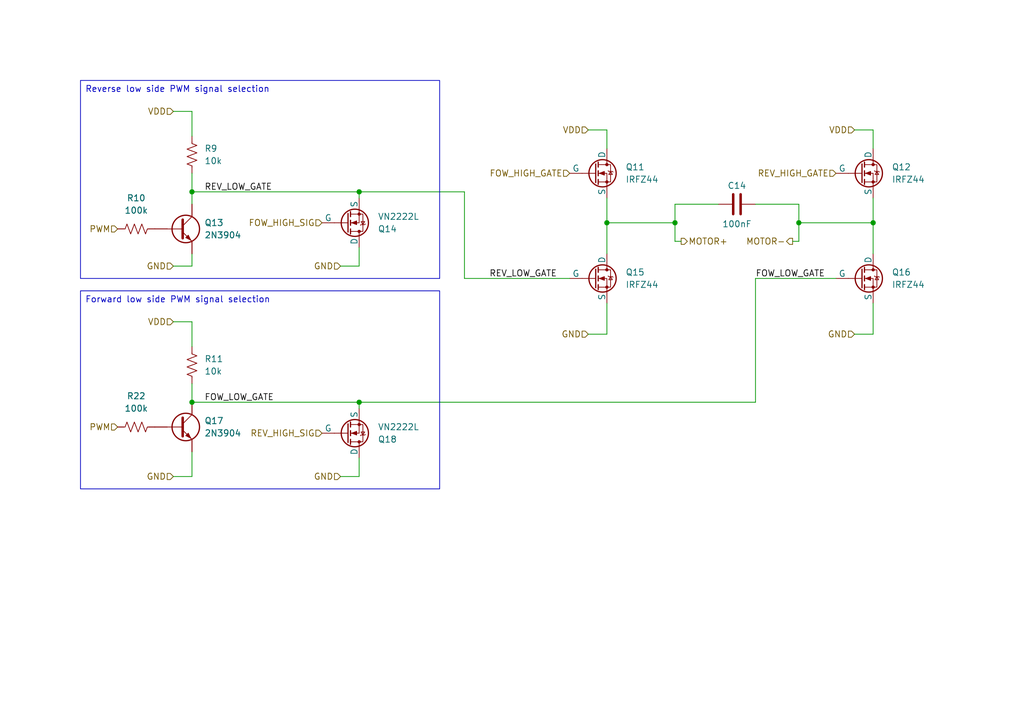
<source format=kicad_sch>
(kicad_sch (version 20250114) (generator "eeschema") (generator_version "9.0")
  (paper "A5")
  (title_block (title "H-Bridge") (date "2025-07-09") (rev "v3.0.0") (company "Team 5") (comment 1 "George Sleen"))
  (lib_symbols
    (symbol "GS_Capacitor_THT:C_THT_100nF" (pin_numbers (hide yes)) (pin_names (offset 0.254))
      (property "Reference" "C" (at 0.635 2.54 0))
      (property "Value" "100nF" (at 0.635 -2.54 0))
      (symbol "C_THT_100nF_0_1"
        (polyline (pts (xy -2.032 0.762) (xy 2.032 0.762)) (stroke (width 0.508)))
        (polyline (pts (xy -2.032 -0.762) (xy 2.032 -0.762)) (stroke (width 0.508)))
      )
      (symbol "C_THT_100nF_1_1"
        (pin passive line (at 0 3.81 270) (length 2.794) (name "~") (number "1"))
        (pin passive line (at 0 -3.81 90) (length 2.794) (name "~") (number "2"))
      )
    )
    (symbol "GS_Resistor_THT:R_250mW" (pin_numbers (hide yes)) (pin_names (offset 0))
      (property "Reference" "R" (at 2.54 0 90))
      (property "Value" "R_250mW" (at -2.54 0 90))
      (symbol "R_250mW_0_1"
        (polyline (pts (xy 0 2.286) (xy 0 2.54)))
        (polyline (pts (xy 0 2.286) (xy 1.016 1.905) (xy 0 1.524) (xy -1.016 1.143) (xy 0 0.762)))
        (polyline (pts (xy 0 0.762) (xy 1.016 0.381) (xy 0 0) (xy -1.016 -0.381) (xy 0 -0.762)))
        (polyline (pts (xy 0 -0.762) (xy 1.016 -1.143) (xy 0 -1.524) (xy -1.016 -1.905) (xy 0 -2.286)))
        (polyline (pts (xy 0 -2.286) (xy 0 -2.54)))
      )
      (symbol "R_250mW_1_1"
        (pin passive line (at 0 3.81 270) (length 1.27) (name "~") (number "1"))
        (pin passive line (at 0 -3.81 90) (length 1.27) (name "~") (number "2"))
      )
    )
    (symbol "GS_Transistors:BJT_NPN_40V_200mA" (pin_numbers (hide yes)) (pin_names (offset 0) (hide yes))
      (property "Reference" "Q" (at 5.08 1.27 0))
      (property "Value" "2N3904" (at 5.08 -1.27 0))
      (symbol "BJT_NPN_40V_200mA_0_1"
        (polyline (pts (xy -2.54 0) (xy 0.635 0)))
        (polyline (pts (xy 0.635 1.905) (xy 0.635 -1.905)) (stroke (width 0.508)))
        (polyline (pts (xy 0.635 0.635) (xy 2.54 2.54)))
        (polyline (pts (xy 0.635 -0.635) (xy 2.54 -2.54)))
        (circle (center 1.27 0) (radius 2.8194) (stroke (width 0.254)))
        (polyline (pts (xy 1.27 -1.778) (xy 1.778 -1.27) (xy 2.286 -2.286) (xy 1.27 -1.778)) (fill (type outline)))
      )
      (symbol "BJT_NPN_40V_200mA_1_1"
        (pin input line (at -5.08 0 0) (length 2.54) (name "B") (number "2"))
        (pin passive line (at 2.54 5.08 270) (length 2.54) (name "C") (number "3"))
        (pin passive line (at 2.54 -5.08 90) (length 2.54) (name "E") (number "1"))
      )
    )
    (symbol "GS_Transistors:MOSFET_N-Ch_60V_0.23A_7500mR" (pin_numbers (hide yes)) (pin_names (offset 0))
      (property "Reference" "Q" (at 5.08 1.27 0))
      (property "Value" "VN2222L" (at 5.08 -1.27 0))
      (symbol "MOSFET_N-Ch_60V_0.23A_7500mR_0_1"
        (polyline (pts (xy 0.254 1.905) (xy 0.254 -1.905)) (stroke (width 0.254)))
        (polyline (pts (xy 0.254 0) (xy -2.54 0)))
        (polyline (pts (xy 0.762 2.286) (xy 0.762 1.27)) (stroke (width 0.254)))
        (polyline (pts (xy 0.762 0.508) (xy 0.762 -0.508)) (stroke (width 0.254)))
        (polyline (pts (xy 0.762 -1.27) (xy 0.762 -2.286)) (stroke (width 0.254)))
        (polyline (pts (xy 0.762 -1.778) (xy 3.302 -1.778) (xy 3.302 1.778) (xy 0.762 1.778)))
        (polyline (pts (xy 1.016 0) (xy 2.032 0.381) (xy 2.032 -0.381) (xy 1.016 0)) (fill (type outline)))
        (circle (center 1.651 0) (radius 2.794) (stroke (width 0.254)))
        (polyline (pts (xy 2.54 2.54) (xy 2.54 1.778)))
        (circle (center 2.54 1.778) (radius 0.254) (fill (type outline)))
        (circle (center 2.54 -1.778) (radius 0.254) (fill (type outline)))
        (polyline (pts (xy 2.54 -2.54) (xy 2.54 0) (xy 0.762 0)))
        (polyline (pts (xy 2.794 0.508) (xy 2.921 0.381) (xy 3.683 0.381) (xy 3.81 0.254)))
        (polyline (pts (xy 3.302 0.381) (xy 2.921 -0.254) (xy 3.683 -0.254) (xy 3.302 0.381)))
      )
      (symbol "MOSFET_N-Ch_60V_0.23A_7500mR_1_1"
        (pin input line (at -5.08 0 0) (length 2.54) (name "G") (number "2"))
        (pin passive line (at 2.54 5.08 270) (length 2.54) (name "D") (number "3"))
        (pin passive line (at 2.54 -5.08 90) (length 2.54) (name "S") (number "1"))
      )
    )
    (symbol "GS_Transistors:MOSFET_N-Ch_60V_48A_23mR" (pin_numbers (hide yes)) (pin_names (offset 0))
      (property "Reference" "Q" (at 5.08 1.27 0))
      (property "Value" "IRFZ44" (at 5.08 -1.27 0))
      (symbol "MOSFET_N-Ch_60V_48A_23mR_0_1"
        (polyline (pts (xy 0.254 1.905) (xy 0.254 -1.905)) (stroke (width 0.254)))
        (polyline (pts (xy 0.254 0) (xy -2.54 0)))
        (polyline (pts (xy 0.762 2.286) (xy 0.762 1.27)) (stroke (width 0.254)))
        (polyline (pts (xy 0.762 0.508) (xy 0.762 -0.508)) (stroke (width 0.254)))
        (polyline (pts (xy 0.762 -1.27) (xy 0.762 -2.286)) (stroke (width 0.254)))
        (polyline (pts (xy 0.762 -1.778) (xy 3.302 -1.778) (xy 3.302 1.778) (xy 0.762 1.778)))
        (polyline (pts (xy 1.016 0) (xy 2.032 0.381) (xy 2.032 -0.381) (xy 1.016 0)) (fill (type outline)))
        (circle (center 1.651 0) (radius 2.794) (stroke (width 0.254)))
        (polyline (pts (xy 2.54 2.54) (xy 2.54 1.778)))
        (circle (center 2.54 1.778) (radius 0.254) (fill (type outline)))
        (circle (center 2.54 -1.778) (radius 0.254) (fill (type outline)))
        (polyline (pts (xy 2.54 -2.54) (xy 2.54 0) (xy 0.762 0)))
        (polyline (pts (xy 2.794 0.508) (xy 2.921 0.381) (xy 3.683 0.381) (xy 3.81 0.254)))
        (polyline (pts (xy 3.302 0.381) (xy 2.921 -0.254) (xy 3.683 -0.254) (xy 3.302 0.381)))
      )
      (symbol "MOSFET_N-Ch_60V_48A_23mR_1_1"
        (pin input line (at -5.08 0 0) (length 2.54) (name "G") (number "1"))
        (pin passive line (at 2.54 5.08 270) (length 2.54) (name "D") (number "2"))
        (pin passive line (at 2.54 -5.08 90) (length 2.54) (name "S") (number "3"))
      )
    )
  )
  (text_box "Reverse low side PWM signal selection" (at 16.51 16.51 0) (size 73.66 40.64) (margins 0.9525 0.9525 0.9525 0.9525) (effects (font (size 1.27 1.27)) (justify left top)))
  (text_box "Forward low side PWM signal selection" (at 16.51 59.69 0) (size 73.66 40.64) (margins 0.9525 0.9525 0.9525 0.9525) (effects (font (size 1.27 1.27)) (justify left top)))
  (junction (at 138.43 45.72))
  (junction (at 124.46 45.72))
  (junction (at 73.66 82.55))
  (junction (at 179.07 45.72))
  (junction (at 73.66 39.37))
  (junction (at 39.37 82.55))
  (junction (at 39.37 39.37))
  (junction (at 163.83 45.72))
  (wire (pts (xy 163.83 49.53) (xy 163.83 45.72)))
  (wire (pts (xy 154.94 57.15) (xy 171.45 57.15)))
  (wire (pts (xy 163.83 45.72) (xy 179.07 45.72)))
  (wire (pts (xy 39.37 35.56) (xy 39.37 39.37)))
  (wire (pts (xy 35.56 22.86) (xy 39.37 22.86)))
  (wire (pts (xy 73.66 54.61) (xy 73.66 50.8)))
  (wire (pts (xy 35.56 97.79) (xy 39.37 97.79)))
  (wire (pts (xy 39.37 22.86) (xy 39.37 27.94)))
  (wire (pts (xy 124.46 68.58) (xy 124.46 62.23)))
  (wire (pts (xy 138.43 41.91) (xy 138.43 45.72)))
  (wire (pts (xy 163.83 41.91) (xy 154.94 41.91)))
  (wire (pts (xy 138.43 49.53) (xy 139.7 49.53)))
  (wire (pts (xy 35.56 66.04) (xy 39.37 66.04)))
  (wire (pts (xy 154.94 82.55) (xy 154.94 57.15)))
  (wire (pts (xy 39.37 39.37) (xy 73.66 39.37)))
  (wire (pts (xy 39.37 66.04) (xy 39.37 71.12)))
  (wire (pts (xy 124.46 40.64) (xy 124.46 45.72)))
  (wire (pts (xy 39.37 52.07) (xy 39.37 54.61)))
  (wire (pts (xy 179.07 45.72) (xy 179.07 52.07)))
  (wire (pts (xy 120.65 26.67) (xy 124.46 26.67)))
  (wire (pts (xy 69.85 54.61) (xy 73.66 54.61)))
  (wire (pts (xy 39.37 41.91) (xy 39.37 39.37)))
  (wire (pts (xy 163.83 41.91) (xy 163.83 45.72)))
  (wire (pts (xy 39.37 82.55) (xy 73.66 82.55)))
  (wire (pts (xy 175.26 68.58) (xy 179.07 68.58)))
  (wire (pts (xy 138.43 41.91) (xy 147.32 41.91)))
  (wire (pts (xy 39.37 92.71) (xy 39.37 97.79)))
  (wire (pts (xy 179.07 68.58) (xy 179.07 62.23)))
  (wire (pts (xy 95.25 39.37) (xy 95.25 57.15)))
  (wire (pts (xy 73.66 82.55) (xy 73.66 83.82)))
  (wire (pts (xy 124.46 45.72) (xy 138.43 45.72)))
  (wire (pts (xy 120.65 68.58) (xy 124.46 68.58)))
  (wire (pts (xy 39.37 78.74) (xy 39.37 82.55)))
  (wire (pts (xy 179.07 26.67) (xy 179.07 30.48)))
  (wire (pts (xy 162.56 49.53) (xy 163.83 49.53)))
  (wire (pts (xy 35.56 54.61) (xy 39.37 54.61)))
  (wire (pts (xy 69.85 97.79) (xy 73.66 97.79)))
  (wire (pts (xy 124.46 45.72) (xy 124.46 52.07)))
  (wire (pts (xy 73.66 97.79) (xy 73.66 93.98)))
  (wire (pts (xy 175.26 26.67) (xy 179.07 26.67)))
  (wire (pts (xy 138.43 49.53) (xy 138.43 45.72)))
  (wire (pts (xy 95.25 57.15) (xy 116.84 57.15)))
  (wire (pts (xy 73.66 82.55) (xy 154.94 82.55)))
  (wire (pts (xy 124.46 26.67) (xy 124.46 30.48)))
  (wire (pts (xy 73.66 39.37) (xy 73.66 40.64)))
  (wire (pts (xy 73.66 39.37) (xy 95.25 39.37)))
  (wire (pts (xy 179.07 40.64) (xy 179.07 45.72)))
  (label "REV_LOW_GATE" (at 100.33 57.15 0))
  (label "FOW_LOW_GATE" (at 41.91 82.55 0))
  (label "REV_LOW_GATE" (at 41.91 39.37 0))
  (label "FOW_LOW_GATE" (at 154.94 57.15 0))
  (hierarchical_label "GND" (shape input) (at 175.26 68.58 180))
  (hierarchical_label "MOTOR-" (shape output) (at 162.56 49.53 180))
  (hierarchical_label "GND" (shape input) (at 69.85 97.79 180))
  (hierarchical_label "VDD" (shape input) (at 35.56 22.86 180))
  (hierarchical_label "VDD" (shape input) (at 35.56 66.04 180))
  (hierarchical_label "FOW_HIGH_GATE" (shape input) (at 116.84 35.56 180))
  (hierarchical_label "VDD" (shape input) (at 120.65 26.67 180))
  (hierarchical_label "MOTOR+" (shape output) (at 139.7 49.53 0))
  (hierarchical_label "GND" (shape input) (at 35.56 97.79 180))
  (hierarchical_label "GND" (shape input) (at 35.56 54.61 180))
  (hierarchical_label "REV_HIGH_SIG" (shape input) (at 66.04 88.9 180))
  (hierarchical_label "PWM" (shape input) (at 24.13 87.63 180))
  (hierarchical_label "VDD" (shape input) (at 175.26 26.67 180))
  (hierarchical_label "GND" (shape input) (at 69.85 54.61 180))
  (hierarchical_label "REV_HIGH_GATE" (shape input) (at 171.45 35.56 180))
  (hierarchical_label "GND" (shape input) (at 120.65 68.58 180))
  (hierarchical_label "PWM" (shape input) (at 24.13 46.99 180))
  (hierarchical_label "FOW_HIGH_SIG" (shape input) (at 66.04 45.72 180))
  (symbol (lib_id "GS_Transistors:MOSFET_N-Ch_60V_48A_23mR") (at 121.92 57.15 0) (unit 1)
    (property "Reference" "Q7" (at 128.27 55.8799 0) (effects (justify left)))
    (property "Value" "IRFZ44" (at 128.27 58.4199 0) (effects (justify left)))
    (property "Footprint" "Package_TO_SOT_THT:TO-220-3_Vertical" (effects (hide yes)))
    (property "Datasheet" "https://www.infineon.com/dgdl/irfz44epbf.pdf?fileId=5546d462533600a40153563b237a2206" (effects (hide yes)))
    (property "Description" "N-MOSFET transistor, drain/source/gate" (effects (hide yes)))
    (property "Sim.Device" "NMOS" (effects (hide yes)))
    (property "Sim.Type" "VDMOS" (effects (hide yes)))
    (property "Sim.Pins" "1=D 2=G 3=S" (effects (hide yes)))
    (instances (project "motor-controller" (path "" (reference "Q15") (unit 1)) (path "" (reference "Q7") (unit 1))))
  )
  (symbol (lib_id "GS_Transistors:MOSFET_N-Ch_60V_48A_23mR") (at 176.53 35.56 0) (unit 1)
    (property "Reference" "Q4" (at 182.88 34.2899 0) (effects (justify left)))
    (property "Value" "IRFZ44" (at 182.88 36.8299 0) (effects (justify left)))
    (property "Footprint" "Package_TO_SOT_THT:TO-220-3_Vertical" (effects (hide yes)))
    (property "Datasheet" "https://www.infineon.com/dgdl/irfz44epbf.pdf?fileId=5546d462533600a40153563b237a2206" (effects (hide yes)))
    (property "Description" "N-MOSFET transistor, drain/source/gate" (effects (hide yes)))
    (property "Sim.Device" "NMOS" (effects (hide yes)))
    (property "Sim.Type" "VDMOS" (effects (hide yes)))
    (property "Sim.Pins" "1=D 2=G 3=S" (effects (hide yes)))
    (instances (project "motor-controller" (path "" (reference "Q12") (unit 1)) (path "" (reference "Q4") (unit 1))))
  )
  (symbol (lib_id "GS_Transistors:MOSFET_N-Ch_60V_48A_23mR") (at 176.53 57.15 0) (unit 1)
    (property "Reference" "Q8" (at 182.88 55.8799 0) (effects (justify left)))
    (property "Value" "IRFZ44" (at 182.88 58.4199 0) (effects (justify left)))
    (property "Footprint" "Package_TO_SOT_THT:TO-220-3_Vertical" (effects (hide yes)))
    (property "Datasheet" "https://www.infineon.com/dgdl/irfz44epbf.pdf?fileId=5546d462533600a40153563b237a2206" (effects (hide yes)))
    (property "Description" "N-MOSFET transistor, drain/source/gate" (effects (hide yes)))
    (property "Sim.Device" "NMOS" (effects (hide yes)))
    (property "Sim.Type" "VDMOS" (effects (hide yes)))
    (property "Sim.Pins" "1=D 2=G 3=S" (effects (hide yes)))
    (instances (project "motor-controller" (path "" (reference "Q16") (unit 1)) (path "" (reference "Q8") (unit 1))))
  )
  (symbol (lib_id "GS_Resistor_THT:R_250mW") (at 27.94 46.99 90) (unit 1)
    (property "Reference" "R6" (at 27.94 40.64 90))
    (property "Value" "100k" (at 27.94 43.18 90))
    (property "Footprint" "Resistor_THT:R_Axial_DIN0309_L9.0mm_D3.2mm_P12.70mm_Horizontal" (effects (hide yes)))
    (property "Description" "Resistor, US symbol" (effects (hide yes)))
    (instances (project "motor-controller" (path "" (reference "R10") (unit 1)) (path "" (reference "R6") (unit 1))))
  )
  (symbol (lib_id "GS_Transistors:BJT_NPN_40V_200mA") (at 36.83 46.99 0) (unit 1)
    (property "Reference" "Q5" (at 41.91 45.7199 0) (effects (justify left)))
    (property "Value" "2N3904" (at 41.91 48.2599 0) (effects (justify left)))
    (property "Footprint" "Package_TO_SOT_THT:TO-92_Inline" (effects (hide yes)))
    (property "Datasheet" "https://www.onsemi.com/download/data-sheet/pdf/2n3903-d.pdf" (effects (hide yes)))
    (property "Description" "NPN bipolar junction transistor" (effects (hide yes)))
    (instances (project "motor-controller" (path "" (reference "Q13") (unit 1)) (path "" (reference "Q5") (unit 1))))
  )
  (symbol (lib_id "GS_Transistors:BJT_NPN_40V_200mA") (at 36.83 87.63 0) (unit 1)
    (property "Reference" "Q9" (at 41.91 86.3599 0) (effects (justify left)))
    (property "Value" "2N3904" (at 41.91 88.8999 0) (effects (justify left)))
    (property "Footprint" "Package_TO_SOT_THT:TO-92_Inline" (effects (hide yes)))
    (property "Datasheet" "https://www.onsemi.com/download/data-sheet/pdf/2n3903-d.pdf" (effects (hide yes)))
    (property "Description" "NPN bipolar junction transistor" (effects (hide yes)))
    (instances (project "motor-controller" (path "" (reference "Q17") (unit 1)) (path "" (reference "Q9") (unit 1))))
  )
  (symbol (lib_id "GS_Capacitor_THT:C_THT_100nF") (at 151.13 41.91 90) (mirror x) (unit 1)
    (property "Reference" "C13" (at 151.13 38.1 90))
    (property "Value" "100nF" (at 151.13 45.974 90))
    (property "Footprint" "Capacitor_THT:C_Disc_D3.0mm_W2.0mm_P2.50mm" (effects (hide yes)))
    (property "Description" "100nF Unpolarized Capacitor" (effects (hide yes)))
    (instances (project "motor-controller" (path "" (reference "C14") (unit 1)) (path "" (reference "C13") (unit 1))))
  )
  (symbol (lib_id "GS_Transistors:MOSFET_N-Ch_60V_0.23A_7500mR") (at 71.12 45.72 0) (mirror x) (unit 1)
    (property "Reference" "Q6" (at 77.47 46.9901 0) (effects (justify left)))
    (property "Value" "VN2222L" (at 77.47 44.4501 0) (effects (justify left)))
    (property "Footprint" "Package_TO_SOT_THT:TO-92_Inline" (effects (hide yes)))
    (property "Datasheet" "https://ww1.microchip.com/downloads/en/DeviceDoc/VN2222LL%20B082013.pdf" (effects (hide yes)))
    (property "Description" "N-MOSFET transistor" (effects (hide yes)))
    (instances (project "motor-controller" (path "" (reference "Q14") (unit 1)) (path "" (reference "Q6") (unit 1))))
  )
  (symbol (lib_id "GS_Transistors:MOSFET_N-Ch_60V_48A_23mR") (at 121.92 35.56 0) (unit 1)
    (property "Reference" "Q3" (at 128.27 34.2899 0) (effects (justify left)))
    (property "Value" "IRFZ44" (at 128.27 36.8299 0) (effects (justify left)))
    (property "Footprint" "Package_TO_SOT_THT:TO-220-3_Vertical" (effects (hide yes)))
    (property "Datasheet" "https://www.infineon.com/dgdl/irfz44epbf.pdf?fileId=5546d462533600a40153563b237a2206" (effects (hide yes)))
    (property "Description" "N-MOSFET transistor, drain/source/gate" (effects (hide yes)))
    (property "Sim.Device" "NMOS" (effects (hide yes)))
    (property "Sim.Type" "VDMOS" (effects (hide yes)))
    (property "Sim.Pins" "1=D 2=G 3=S" (effects (hide yes)))
    (instances (project "motor-controller" (path "" (reference "Q11") (unit 1)) (path "" (reference "Q3") (unit 1))))
  )
  (symbol (lib_id "GS_Resistor_THT:R_250mW") (at 27.94 87.63 90) (unit 1)
    (property "Reference" "R21" (at 27.94 81.28 90))
    (property "Value" "100k" (at 27.94 83.82 90))
    (property "Footprint" "Resistor_THT:R_Axial_DIN0309_L9.0mm_D3.2mm_P12.70mm_Horizontal" (effects (hide yes)))
    (property "Description" "Resistor, US symbol" (effects (hide yes)))
    (instances (project "dual-h-bridge" (path "" (reference "R22") (unit 1)) (path "" (reference "R21") (unit 1))))
  )
  (symbol (lib_id "GS_Resistor_THT:R_250mW") (at 39.37 31.75 0) (unit 1)
    (property "Reference" "R5" (at 41.91 30.4799 0) (effects (justify left)))
    (property "Value" "10k" (at 41.91 33.0199 0) (effects (justify left)))
    (property "Footprint" "Resistor_THT:R_Axial_DIN0309_L9.0mm_D3.2mm_P12.70mm_Horizontal" (effects (hide yes)))
    (property "Description" "Resistor, US symbol" (effects (hide yes)))
    (instances (project "motor-controller" (path "" (reference "R9") (unit 1)) (path "" (reference "R5") (unit 1))))
  )
  (symbol (lib_id "GS_Transistors:MOSFET_N-Ch_60V_0.23A_7500mR") (at 71.12 88.9 0) (mirror x) (unit 1)
    (property "Reference" "Q10" (at 77.47 90.1701 0) (effects (justify left)))
    (property "Value" "VN2222L" (at 77.47 87.6301 0) (effects (justify left)))
    (property "Footprint" "Package_TO_SOT_THT:TO-92_Inline" (effects (hide yes)))
    (property "Datasheet" "https://ww1.microchip.com/downloads/en/DeviceDoc/VN2222LL%20B082013.pdf" (effects (hide yes)))
    (property "Description" "N-MOSFET transistor" (effects (hide yes)))
    (instances (project "motor-controller" (path "" (reference "Q18") (unit 1)) (path "" (reference "Q10") (unit 1))))
  )
  (symbol (lib_id "GS_Resistor_THT:R_250mW") (at 39.37 74.93 0) (unit 1)
    (property "Reference" "R7" (at 41.91 73.6599 0) (effects (justify left)))
    (property "Value" "10k" (at 41.91 76.1999 0) (effects (justify left)))
    (property "Footprint" "Resistor_THT:R_Axial_DIN0309_L9.0mm_D3.2mm_P12.70mm_Horizontal" (effects (hide yes)))
    (property "Description" "Resistor, US symbol" (effects (hide yes)))
    (instances (project "motor-controller" (path "" (reference "R11") (unit 1)) (path "" (reference "R7") (unit 1))))
  )
)
</source>
